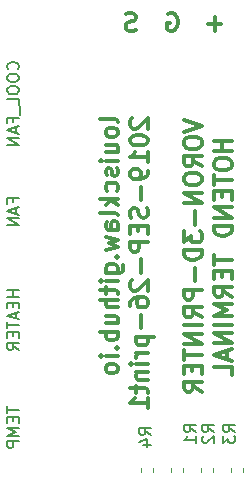
<source format=gbr>
G04 #@! TF.GenerationSoftware,KiCad,Pcbnew,5.1.4-e60b266~84~ubuntu18.04.1*
G04 #@! TF.CreationDate,2019-09-27T15:55:01+08:00*
G04 #@! TF.ProjectId,head,68656164-2e6b-4696-9361-645f70636258,rev?*
G04 #@! TF.SameCoordinates,Original*
G04 #@! TF.FileFunction,Legend,Bot*
G04 #@! TF.FilePolarity,Positive*
%FSLAX46Y46*%
G04 Gerber Fmt 4.6, Leading zero omitted, Abs format (unit mm)*
G04 Created by KiCad (PCBNEW 5.1.4-e60b266~84~ubuntu18.04.1) date 2019-09-27 15:55:01*
%MOMM*%
%LPD*%
G04 APERTURE LIST*
%ADD10C,0.300000*%
%ADD11C,0.120000*%
%ADD12C,0.200000*%
%ADD13C,0.150000*%
G04 APERTURE END LIST*
D10*
X102282571Y-33881142D02*
X102068285Y-33952571D01*
X101711142Y-33952571D01*
X101568285Y-33881142D01*
X101496857Y-33809714D01*
X101425428Y-33666857D01*
X101425428Y-33524000D01*
X101496857Y-33381142D01*
X101568285Y-33309714D01*
X101711142Y-33238285D01*
X101996857Y-33166857D01*
X102139714Y-33095428D01*
X102211142Y-33024000D01*
X102282571Y-32881142D01*
X102282571Y-32738285D01*
X102211142Y-32595428D01*
X102139714Y-32524000D01*
X101996857Y-32452571D01*
X101639714Y-32452571D01*
X101425428Y-32524000D01*
X105017142Y-32524000D02*
X105160000Y-32452571D01*
X105374285Y-32452571D01*
X105588571Y-32524000D01*
X105731428Y-32666857D01*
X105802857Y-32809714D01*
X105874285Y-33095428D01*
X105874285Y-33309714D01*
X105802857Y-33595428D01*
X105731428Y-33738285D01*
X105588571Y-33881142D01*
X105374285Y-33952571D01*
X105231428Y-33952571D01*
X105017142Y-33881142D01*
X104945714Y-33809714D01*
X104945714Y-33309714D01*
X105231428Y-33309714D01*
X109537428Y-33381142D02*
X108394571Y-33381142D01*
X108966000Y-33952571D02*
X108966000Y-32809714D01*
X100749571Y-41660428D02*
X100678142Y-41517571D01*
X100535285Y-41446142D01*
X99249571Y-41446142D01*
X100749571Y-42446142D02*
X100678142Y-42303285D01*
X100606714Y-42231857D01*
X100463857Y-42160428D01*
X100035285Y-42160428D01*
X99892428Y-42231857D01*
X99821000Y-42303285D01*
X99749571Y-42446142D01*
X99749571Y-42660428D01*
X99821000Y-42803285D01*
X99892428Y-42874714D01*
X100035285Y-42946142D01*
X100463857Y-42946142D01*
X100606714Y-42874714D01*
X100678142Y-42803285D01*
X100749571Y-42660428D01*
X100749571Y-42446142D01*
X99749571Y-44231857D02*
X100749571Y-44231857D01*
X99749571Y-43589000D02*
X100535285Y-43589000D01*
X100678142Y-43660428D01*
X100749571Y-43803285D01*
X100749571Y-44017571D01*
X100678142Y-44160428D01*
X100606714Y-44231857D01*
X100749571Y-44946142D02*
X99749571Y-44946142D01*
X99249571Y-44946142D02*
X99321000Y-44874714D01*
X99392428Y-44946142D01*
X99321000Y-45017571D01*
X99249571Y-44946142D01*
X99392428Y-44946142D01*
X100678142Y-45589000D02*
X100749571Y-45731857D01*
X100749571Y-46017571D01*
X100678142Y-46160428D01*
X100535285Y-46231857D01*
X100463857Y-46231857D01*
X100321000Y-46160428D01*
X100249571Y-46017571D01*
X100249571Y-45803285D01*
X100178142Y-45660428D01*
X100035285Y-45589000D01*
X99963857Y-45589000D01*
X99821000Y-45660428D01*
X99749571Y-45803285D01*
X99749571Y-46017571D01*
X99821000Y-46160428D01*
X100678142Y-47517571D02*
X100749571Y-47374714D01*
X100749571Y-47089000D01*
X100678142Y-46946142D01*
X100606714Y-46874714D01*
X100463857Y-46803285D01*
X100035285Y-46803285D01*
X99892428Y-46874714D01*
X99821000Y-46946142D01*
X99749571Y-47089000D01*
X99749571Y-47374714D01*
X99821000Y-47517571D01*
X100749571Y-48160428D02*
X99249571Y-48160428D01*
X100178142Y-48303285D02*
X100749571Y-48731857D01*
X99749571Y-48731857D02*
X100321000Y-48160428D01*
X100749571Y-49589000D02*
X100678142Y-49446142D01*
X100535285Y-49374714D01*
X99249571Y-49374714D01*
X100749571Y-50803285D02*
X99963857Y-50803285D01*
X99821000Y-50731857D01*
X99749571Y-50589000D01*
X99749571Y-50303285D01*
X99821000Y-50160428D01*
X100678142Y-50803285D02*
X100749571Y-50660428D01*
X100749571Y-50303285D01*
X100678142Y-50160428D01*
X100535285Y-50089000D01*
X100392428Y-50089000D01*
X100249571Y-50160428D01*
X100178142Y-50303285D01*
X100178142Y-50660428D01*
X100106714Y-50803285D01*
X99749571Y-51374714D02*
X100749571Y-51660428D01*
X100035285Y-51946142D01*
X100749571Y-52231857D01*
X99749571Y-52517571D01*
X100606714Y-53089000D02*
X100678142Y-53160428D01*
X100749571Y-53089000D01*
X100678142Y-53017571D01*
X100606714Y-53089000D01*
X100749571Y-53089000D01*
X99749571Y-54446142D02*
X100963857Y-54446142D01*
X101106714Y-54374714D01*
X101178142Y-54303285D01*
X101249571Y-54160428D01*
X101249571Y-53946142D01*
X101178142Y-53803285D01*
X100678142Y-54446142D02*
X100749571Y-54303285D01*
X100749571Y-54017571D01*
X100678142Y-53874714D01*
X100606714Y-53803285D01*
X100463857Y-53731857D01*
X100035285Y-53731857D01*
X99892428Y-53803285D01*
X99821000Y-53874714D01*
X99749571Y-54017571D01*
X99749571Y-54303285D01*
X99821000Y-54446142D01*
X100749571Y-55160428D02*
X99749571Y-55160428D01*
X99249571Y-55160428D02*
X99321000Y-55089000D01*
X99392428Y-55160428D01*
X99321000Y-55231857D01*
X99249571Y-55160428D01*
X99392428Y-55160428D01*
X99749571Y-55660428D02*
X99749571Y-56231857D01*
X99249571Y-55874714D02*
X100535285Y-55874714D01*
X100678142Y-55946142D01*
X100749571Y-56089000D01*
X100749571Y-56231857D01*
X100749571Y-56731857D02*
X99249571Y-56731857D01*
X100749571Y-57374714D02*
X99963857Y-57374714D01*
X99821000Y-57303285D01*
X99749571Y-57160428D01*
X99749571Y-56946142D01*
X99821000Y-56803285D01*
X99892428Y-56731857D01*
X99749571Y-58731857D02*
X100749571Y-58731857D01*
X99749571Y-58089000D02*
X100535285Y-58089000D01*
X100678142Y-58160428D01*
X100749571Y-58303285D01*
X100749571Y-58517571D01*
X100678142Y-58660428D01*
X100606714Y-58731857D01*
X100749571Y-59446142D02*
X99249571Y-59446142D01*
X99821000Y-59446142D02*
X99749571Y-59589000D01*
X99749571Y-59874714D01*
X99821000Y-60017571D01*
X99892428Y-60089000D01*
X100035285Y-60160428D01*
X100463857Y-60160428D01*
X100606714Y-60089000D01*
X100678142Y-60017571D01*
X100749571Y-59874714D01*
X100749571Y-59589000D01*
X100678142Y-59446142D01*
X100606714Y-60803285D02*
X100678142Y-60874714D01*
X100749571Y-60803285D01*
X100678142Y-60731857D01*
X100606714Y-60803285D01*
X100749571Y-60803285D01*
X100749571Y-61517571D02*
X99749571Y-61517571D01*
X99249571Y-61517571D02*
X99321000Y-61446142D01*
X99392428Y-61517571D01*
X99321000Y-61589000D01*
X99249571Y-61517571D01*
X99392428Y-61517571D01*
X100749571Y-62446142D02*
X100678142Y-62303285D01*
X100606714Y-62231857D01*
X100463857Y-62160428D01*
X100035285Y-62160428D01*
X99892428Y-62231857D01*
X99821000Y-62303285D01*
X99749571Y-62446142D01*
X99749571Y-62660428D01*
X99821000Y-62803285D01*
X99892428Y-62874714D01*
X100035285Y-62946142D01*
X100463857Y-62946142D01*
X100606714Y-62874714D01*
X100678142Y-62803285D01*
X100749571Y-62660428D01*
X100749571Y-62446142D01*
X101942428Y-41374714D02*
X101871000Y-41446142D01*
X101799571Y-41589000D01*
X101799571Y-41946142D01*
X101871000Y-42089000D01*
X101942428Y-42160428D01*
X102085285Y-42231857D01*
X102228142Y-42231857D01*
X102442428Y-42160428D01*
X103299571Y-41303285D01*
X103299571Y-42231857D01*
X101799571Y-43160428D02*
X101799571Y-43303285D01*
X101871000Y-43446142D01*
X101942428Y-43517571D01*
X102085285Y-43589000D01*
X102371000Y-43660428D01*
X102728142Y-43660428D01*
X103013857Y-43589000D01*
X103156714Y-43517571D01*
X103228142Y-43446142D01*
X103299571Y-43303285D01*
X103299571Y-43160428D01*
X103228142Y-43017571D01*
X103156714Y-42946142D01*
X103013857Y-42874714D01*
X102728142Y-42803285D01*
X102371000Y-42803285D01*
X102085285Y-42874714D01*
X101942428Y-42946142D01*
X101871000Y-43017571D01*
X101799571Y-43160428D01*
X103299571Y-45089000D02*
X103299571Y-44231857D01*
X103299571Y-44660428D02*
X101799571Y-44660428D01*
X102013857Y-44517571D01*
X102156714Y-44374714D01*
X102228142Y-44231857D01*
X103299571Y-45803285D02*
X103299571Y-46089000D01*
X103228142Y-46231857D01*
X103156714Y-46303285D01*
X102942428Y-46446142D01*
X102656714Y-46517571D01*
X102085285Y-46517571D01*
X101942428Y-46446142D01*
X101871000Y-46374714D01*
X101799571Y-46231857D01*
X101799571Y-45946142D01*
X101871000Y-45803285D01*
X101942428Y-45731857D01*
X102085285Y-45660428D01*
X102442428Y-45660428D01*
X102585285Y-45731857D01*
X102656714Y-45803285D01*
X102728142Y-45946142D01*
X102728142Y-46231857D01*
X102656714Y-46374714D01*
X102585285Y-46446142D01*
X102442428Y-46517571D01*
X102728142Y-47160428D02*
X102728142Y-48303285D01*
X103228142Y-48946142D02*
X103299571Y-49160428D01*
X103299571Y-49517571D01*
X103228142Y-49660428D01*
X103156714Y-49731857D01*
X103013857Y-49803285D01*
X102871000Y-49803285D01*
X102728142Y-49731857D01*
X102656714Y-49660428D01*
X102585285Y-49517571D01*
X102513857Y-49231857D01*
X102442428Y-49089000D01*
X102371000Y-49017571D01*
X102228142Y-48946142D01*
X102085285Y-48946142D01*
X101942428Y-49017571D01*
X101871000Y-49089000D01*
X101799571Y-49231857D01*
X101799571Y-49589000D01*
X101871000Y-49803285D01*
X102513857Y-50446142D02*
X102513857Y-50946142D01*
X103299571Y-51160428D02*
X103299571Y-50446142D01*
X101799571Y-50446142D01*
X101799571Y-51160428D01*
X103299571Y-51803285D02*
X101799571Y-51803285D01*
X101799571Y-52374714D01*
X101871000Y-52517571D01*
X101942428Y-52589000D01*
X102085285Y-52660428D01*
X102299571Y-52660428D01*
X102442428Y-52589000D01*
X102513857Y-52517571D01*
X102585285Y-52374714D01*
X102585285Y-51803285D01*
X102728142Y-53303285D02*
X102728142Y-54446142D01*
X101942428Y-55089000D02*
X101871000Y-55160428D01*
X101799571Y-55303285D01*
X101799571Y-55660428D01*
X101871000Y-55803285D01*
X101942428Y-55874714D01*
X102085285Y-55946142D01*
X102228142Y-55946142D01*
X102442428Y-55874714D01*
X103299571Y-55017571D01*
X103299571Y-55946142D01*
X101799571Y-57231857D02*
X101799571Y-56946142D01*
X101871000Y-56803285D01*
X101942428Y-56731857D01*
X102156714Y-56589000D01*
X102442428Y-56517571D01*
X103013857Y-56517571D01*
X103156714Y-56589000D01*
X103228142Y-56660428D01*
X103299571Y-56803285D01*
X103299571Y-57089000D01*
X103228142Y-57231857D01*
X103156714Y-57303285D01*
X103013857Y-57374714D01*
X102656714Y-57374714D01*
X102513857Y-57303285D01*
X102442428Y-57231857D01*
X102371000Y-57089000D01*
X102371000Y-56803285D01*
X102442428Y-56660428D01*
X102513857Y-56589000D01*
X102656714Y-56517571D01*
X102728142Y-58017571D02*
X102728142Y-59160428D01*
X102299571Y-59874714D02*
X103799571Y-59874714D01*
X102371000Y-59874714D02*
X102299571Y-60017571D01*
X102299571Y-60303285D01*
X102371000Y-60446142D01*
X102442428Y-60517571D01*
X102585285Y-60589000D01*
X103013857Y-60589000D01*
X103156714Y-60517571D01*
X103228142Y-60446142D01*
X103299571Y-60303285D01*
X103299571Y-60017571D01*
X103228142Y-59874714D01*
X103299571Y-61231857D02*
X102299571Y-61231857D01*
X102585285Y-61231857D02*
X102442428Y-61303285D01*
X102371000Y-61374714D01*
X102299571Y-61517571D01*
X102299571Y-61660428D01*
X103299571Y-62160428D02*
X102299571Y-62160428D01*
X101799571Y-62160428D02*
X101871000Y-62089000D01*
X101942428Y-62160428D01*
X101871000Y-62231857D01*
X101799571Y-62160428D01*
X101942428Y-62160428D01*
X102299571Y-62874714D02*
X103299571Y-62874714D01*
X102442428Y-62874714D02*
X102371000Y-62946142D01*
X102299571Y-63089000D01*
X102299571Y-63303285D01*
X102371000Y-63446142D01*
X102513857Y-63517571D01*
X103299571Y-63517571D01*
X102299571Y-64017571D02*
X102299571Y-64589000D01*
X101799571Y-64231857D02*
X103085285Y-64231857D01*
X103228142Y-64303285D01*
X103299571Y-64446142D01*
X103299571Y-64589000D01*
X103299571Y-65874714D02*
X103299571Y-65017571D01*
X103299571Y-65446142D02*
X101799571Y-65446142D01*
X102013857Y-65303285D01*
X102156714Y-65160428D01*
X102228142Y-65017571D01*
X106361571Y-41514571D02*
X107861571Y-42014571D01*
X106361571Y-42514571D01*
X106361571Y-43300285D02*
X106361571Y-43586000D01*
X106433000Y-43728857D01*
X106575857Y-43871714D01*
X106861571Y-43943142D01*
X107361571Y-43943142D01*
X107647285Y-43871714D01*
X107790142Y-43728857D01*
X107861571Y-43586000D01*
X107861571Y-43300285D01*
X107790142Y-43157428D01*
X107647285Y-43014571D01*
X107361571Y-42943142D01*
X106861571Y-42943142D01*
X106575857Y-43014571D01*
X106433000Y-43157428D01*
X106361571Y-43300285D01*
X107861571Y-45443142D02*
X107147285Y-44943142D01*
X107861571Y-44586000D02*
X106361571Y-44586000D01*
X106361571Y-45157428D01*
X106433000Y-45300285D01*
X106504428Y-45371714D01*
X106647285Y-45443142D01*
X106861571Y-45443142D01*
X107004428Y-45371714D01*
X107075857Y-45300285D01*
X107147285Y-45157428D01*
X107147285Y-44586000D01*
X106361571Y-46371714D02*
X106361571Y-46657428D01*
X106433000Y-46800285D01*
X106575857Y-46943142D01*
X106861571Y-47014571D01*
X107361571Y-47014571D01*
X107647285Y-46943142D01*
X107790142Y-46800285D01*
X107861571Y-46657428D01*
X107861571Y-46371714D01*
X107790142Y-46228857D01*
X107647285Y-46086000D01*
X107361571Y-46014571D01*
X106861571Y-46014571D01*
X106575857Y-46086000D01*
X106433000Y-46228857D01*
X106361571Y-46371714D01*
X107861571Y-47657428D02*
X106361571Y-47657428D01*
X107861571Y-48514571D01*
X106361571Y-48514571D01*
X107290142Y-49228857D02*
X107290142Y-50371714D01*
X106361571Y-50943142D02*
X106361571Y-51871714D01*
X106933000Y-51371714D01*
X106933000Y-51586000D01*
X107004428Y-51728857D01*
X107075857Y-51800285D01*
X107218714Y-51871714D01*
X107575857Y-51871714D01*
X107718714Y-51800285D01*
X107790142Y-51728857D01*
X107861571Y-51586000D01*
X107861571Y-51157428D01*
X107790142Y-51014571D01*
X107718714Y-50943142D01*
X107861571Y-52514571D02*
X106361571Y-52514571D01*
X106361571Y-52871714D01*
X106433000Y-53086000D01*
X106575857Y-53228857D01*
X106718714Y-53300285D01*
X107004428Y-53371714D01*
X107218714Y-53371714D01*
X107504428Y-53300285D01*
X107647285Y-53228857D01*
X107790142Y-53086000D01*
X107861571Y-52871714D01*
X107861571Y-52514571D01*
X107290142Y-54014571D02*
X107290142Y-55157428D01*
X107861571Y-55871714D02*
X106361571Y-55871714D01*
X106361571Y-56443142D01*
X106433000Y-56586000D01*
X106504428Y-56657428D01*
X106647285Y-56728857D01*
X106861571Y-56728857D01*
X107004428Y-56657428D01*
X107075857Y-56586000D01*
X107147285Y-56443142D01*
X107147285Y-55871714D01*
X107861571Y-58228857D02*
X107147285Y-57728857D01*
X107861571Y-57371714D02*
X106361571Y-57371714D01*
X106361571Y-57943142D01*
X106433000Y-58086000D01*
X106504428Y-58157428D01*
X106647285Y-58228857D01*
X106861571Y-58228857D01*
X107004428Y-58157428D01*
X107075857Y-58086000D01*
X107147285Y-57943142D01*
X107147285Y-57371714D01*
X107861571Y-58871714D02*
X106361571Y-58871714D01*
X107861571Y-59586000D02*
X106361571Y-59586000D01*
X107861571Y-60443142D01*
X106361571Y-60443142D01*
X106361571Y-60943142D02*
X106361571Y-61800285D01*
X107861571Y-61371714D02*
X106361571Y-61371714D01*
X107075857Y-62300285D02*
X107075857Y-62800285D01*
X107861571Y-63014571D02*
X107861571Y-62300285D01*
X106361571Y-62300285D01*
X106361571Y-63014571D01*
X107861571Y-64514571D02*
X107147285Y-64014571D01*
X107861571Y-63657428D02*
X106361571Y-63657428D01*
X106361571Y-64228857D01*
X106433000Y-64371714D01*
X106504428Y-64443142D01*
X106647285Y-64514571D01*
X106861571Y-64514571D01*
X107004428Y-64443142D01*
X107075857Y-64371714D01*
X107147285Y-64228857D01*
X107147285Y-63657428D01*
X110411571Y-43264571D02*
X108911571Y-43264571D01*
X109625857Y-43264571D02*
X109625857Y-44121714D01*
X110411571Y-44121714D02*
X108911571Y-44121714D01*
X108911571Y-45121714D02*
X108911571Y-45407428D01*
X108983000Y-45550285D01*
X109125857Y-45693142D01*
X109411571Y-45764571D01*
X109911571Y-45764571D01*
X110197285Y-45693142D01*
X110340142Y-45550285D01*
X110411571Y-45407428D01*
X110411571Y-45121714D01*
X110340142Y-44978857D01*
X110197285Y-44836000D01*
X109911571Y-44764571D01*
X109411571Y-44764571D01*
X109125857Y-44836000D01*
X108983000Y-44978857D01*
X108911571Y-45121714D01*
X108911571Y-46193142D02*
X108911571Y-47050285D01*
X110411571Y-46621714D02*
X108911571Y-46621714D01*
X109625857Y-47550285D02*
X109625857Y-48050285D01*
X110411571Y-48264571D02*
X110411571Y-47550285D01*
X108911571Y-47550285D01*
X108911571Y-48264571D01*
X110411571Y-48907428D02*
X108911571Y-48907428D01*
X110411571Y-49764571D01*
X108911571Y-49764571D01*
X110411571Y-50478857D02*
X108911571Y-50478857D01*
X108911571Y-50836000D01*
X108983000Y-51050285D01*
X109125857Y-51193142D01*
X109268714Y-51264571D01*
X109554428Y-51336000D01*
X109768714Y-51336000D01*
X110054428Y-51264571D01*
X110197285Y-51193142D01*
X110340142Y-51050285D01*
X110411571Y-50836000D01*
X110411571Y-50478857D01*
X108911571Y-52907428D02*
X108911571Y-53764571D01*
X110411571Y-53336000D02*
X108911571Y-53336000D01*
X109625857Y-54264571D02*
X109625857Y-54764571D01*
X110411571Y-54978857D02*
X110411571Y-54264571D01*
X108911571Y-54264571D01*
X108911571Y-54978857D01*
X110411571Y-56478857D02*
X109697285Y-55978857D01*
X110411571Y-55621714D02*
X108911571Y-55621714D01*
X108911571Y-56193142D01*
X108983000Y-56336000D01*
X109054428Y-56407428D01*
X109197285Y-56478857D01*
X109411571Y-56478857D01*
X109554428Y-56407428D01*
X109625857Y-56336000D01*
X109697285Y-56193142D01*
X109697285Y-55621714D01*
X110411571Y-57121714D02*
X108911571Y-57121714D01*
X109983000Y-57621714D01*
X108911571Y-58121714D01*
X110411571Y-58121714D01*
X110411571Y-58836000D02*
X108911571Y-58836000D01*
X110411571Y-59550285D02*
X108911571Y-59550285D01*
X110411571Y-60407428D01*
X108911571Y-60407428D01*
X109983000Y-61050285D02*
X109983000Y-61764571D01*
X110411571Y-60907428D02*
X108911571Y-61407428D01*
X110411571Y-61907428D01*
X110411571Y-63121714D02*
X110411571Y-62407428D01*
X108911571Y-62407428D01*
D11*
X102741000Y-71291267D02*
X102741000Y-70948733D01*
X103761000Y-71291267D02*
X103761000Y-70948733D01*
X110361000Y-71291267D02*
X110361000Y-70948733D01*
X111381000Y-71291267D02*
X111381000Y-70948733D01*
X107821000Y-71291267D02*
X107821000Y-70948733D01*
X108841000Y-71291267D02*
X108841000Y-70948733D01*
X105281000Y-71291267D02*
X105281000Y-70948733D01*
X106301000Y-71291267D02*
X106301000Y-70948733D01*
D12*
X91400380Y-65754476D02*
X91400380Y-66325904D01*
X92400380Y-66040190D02*
X91400380Y-66040190D01*
X91876571Y-66659238D02*
X91876571Y-66992571D01*
X92400380Y-67135428D02*
X92400380Y-66659238D01*
X91400380Y-66659238D01*
X91400380Y-67135428D01*
X92400380Y-67564000D02*
X91400380Y-67564000D01*
X92114666Y-67897333D01*
X91400380Y-68230666D01*
X92400380Y-68230666D01*
X92400380Y-68706857D02*
X91400380Y-68706857D01*
X91400380Y-69087809D01*
X91448000Y-69183047D01*
X91495619Y-69230666D01*
X91590857Y-69278285D01*
X91733714Y-69278285D01*
X91828952Y-69230666D01*
X91876571Y-69183047D01*
X91924190Y-69087809D01*
X91924190Y-68706857D01*
X92400380Y-55920000D02*
X91400380Y-55920000D01*
X91876571Y-55920000D02*
X91876571Y-56491428D01*
X92400380Y-56491428D02*
X91400380Y-56491428D01*
X91876571Y-56967619D02*
X91876571Y-57300952D01*
X92400380Y-57443809D02*
X92400380Y-56967619D01*
X91400380Y-56967619D01*
X91400380Y-57443809D01*
X92114666Y-57824761D02*
X92114666Y-58300952D01*
X92400380Y-57729523D02*
X91400380Y-58062857D01*
X92400380Y-58396190D01*
X91400380Y-58586666D02*
X91400380Y-59158095D01*
X92400380Y-58872380D02*
X91400380Y-58872380D01*
X91876571Y-59491428D02*
X91876571Y-59824761D01*
X92400380Y-59967619D02*
X92400380Y-59491428D01*
X91400380Y-59491428D01*
X91400380Y-59967619D01*
X92400380Y-60967619D02*
X91924190Y-60634285D01*
X92400380Y-60396190D02*
X91400380Y-60396190D01*
X91400380Y-60777142D01*
X91448000Y-60872380D01*
X91495619Y-60920000D01*
X91590857Y-60967619D01*
X91733714Y-60967619D01*
X91828952Y-60920000D01*
X91876571Y-60872380D01*
X91924190Y-60777142D01*
X91924190Y-60396190D01*
X91876571Y-48466476D02*
X91876571Y-48133142D01*
X92400380Y-48133142D02*
X91400380Y-48133142D01*
X91400380Y-48609333D01*
X92114666Y-48942666D02*
X92114666Y-49418857D01*
X92400380Y-48847428D02*
X91400380Y-49180761D01*
X92400380Y-49514095D01*
X92400380Y-49847428D02*
X91400380Y-49847428D01*
X92400380Y-50418857D01*
X91400380Y-50418857D01*
X92305142Y-37227238D02*
X92352761Y-37179619D01*
X92400380Y-37036761D01*
X92400380Y-36941523D01*
X92352761Y-36798666D01*
X92257523Y-36703428D01*
X92162285Y-36655809D01*
X91971809Y-36608190D01*
X91828952Y-36608190D01*
X91638476Y-36655809D01*
X91543238Y-36703428D01*
X91448000Y-36798666D01*
X91400380Y-36941523D01*
X91400380Y-37036761D01*
X91448000Y-37179619D01*
X91495619Y-37227238D01*
X91400380Y-37846285D02*
X91400380Y-38036761D01*
X91448000Y-38132000D01*
X91543238Y-38227238D01*
X91733714Y-38274857D01*
X92067047Y-38274857D01*
X92257523Y-38227238D01*
X92352761Y-38132000D01*
X92400380Y-38036761D01*
X92400380Y-37846285D01*
X92352761Y-37751047D01*
X92257523Y-37655809D01*
X92067047Y-37608190D01*
X91733714Y-37608190D01*
X91543238Y-37655809D01*
X91448000Y-37751047D01*
X91400380Y-37846285D01*
X91400380Y-38893904D02*
X91400380Y-39084380D01*
X91448000Y-39179619D01*
X91543238Y-39274857D01*
X91733714Y-39322476D01*
X92067047Y-39322476D01*
X92257523Y-39274857D01*
X92352761Y-39179619D01*
X92400380Y-39084380D01*
X92400380Y-38893904D01*
X92352761Y-38798666D01*
X92257523Y-38703428D01*
X92067047Y-38655809D01*
X91733714Y-38655809D01*
X91543238Y-38703428D01*
X91448000Y-38798666D01*
X91400380Y-38893904D01*
X92400380Y-40227238D02*
X92400380Y-39751047D01*
X91400380Y-39751047D01*
X92495619Y-40322476D02*
X92495619Y-41084380D01*
X91876571Y-41655809D02*
X91876571Y-41322476D01*
X92400380Y-41322476D02*
X91400380Y-41322476D01*
X91400380Y-41798666D01*
X92114666Y-42132000D02*
X92114666Y-42608190D01*
X92400380Y-42036761D02*
X91400380Y-42370095D01*
X92400380Y-42703428D01*
X92400380Y-43036761D02*
X91400380Y-43036761D01*
X92400380Y-43608190D01*
X91400380Y-43608190D01*
D13*
X103576380Y-68159333D02*
X103100190Y-67826000D01*
X103576380Y-67587904D02*
X102576380Y-67587904D01*
X102576380Y-67968857D01*
X102624000Y-68064095D01*
X102671619Y-68111714D01*
X102766857Y-68159333D01*
X102909714Y-68159333D01*
X103004952Y-68111714D01*
X103052571Y-68064095D01*
X103100190Y-67968857D01*
X103100190Y-67587904D01*
X102909714Y-69016476D02*
X103576380Y-69016476D01*
X102528761Y-68778380D02*
X103243047Y-68540285D01*
X103243047Y-69159333D01*
X110688380Y-67905333D02*
X110212190Y-67572000D01*
X110688380Y-67333904D02*
X109688380Y-67333904D01*
X109688380Y-67714857D01*
X109736000Y-67810095D01*
X109783619Y-67857714D01*
X109878857Y-67905333D01*
X110021714Y-67905333D01*
X110116952Y-67857714D01*
X110164571Y-67810095D01*
X110212190Y-67714857D01*
X110212190Y-67333904D01*
X109688380Y-68238666D02*
X109688380Y-68857714D01*
X110069333Y-68524380D01*
X110069333Y-68667238D01*
X110116952Y-68762476D01*
X110164571Y-68810095D01*
X110259809Y-68857714D01*
X110497904Y-68857714D01*
X110593142Y-68810095D01*
X110640761Y-68762476D01*
X110688380Y-68667238D01*
X110688380Y-68381523D01*
X110640761Y-68286285D01*
X110593142Y-68238666D01*
X108910380Y-67905333D02*
X108434190Y-67572000D01*
X108910380Y-67333904D02*
X107910380Y-67333904D01*
X107910380Y-67714857D01*
X107958000Y-67810095D01*
X108005619Y-67857714D01*
X108100857Y-67905333D01*
X108243714Y-67905333D01*
X108338952Y-67857714D01*
X108386571Y-67810095D01*
X108434190Y-67714857D01*
X108434190Y-67333904D01*
X108005619Y-68286285D02*
X107958000Y-68333904D01*
X107910380Y-68429142D01*
X107910380Y-68667238D01*
X107958000Y-68762476D01*
X108005619Y-68810095D01*
X108100857Y-68857714D01*
X108196095Y-68857714D01*
X108338952Y-68810095D01*
X108910380Y-68238666D01*
X108910380Y-68857714D01*
X107386380Y-67905333D02*
X106910190Y-67572000D01*
X107386380Y-67333904D02*
X106386380Y-67333904D01*
X106386380Y-67714857D01*
X106434000Y-67810095D01*
X106481619Y-67857714D01*
X106576857Y-67905333D01*
X106719714Y-67905333D01*
X106814952Y-67857714D01*
X106862571Y-67810095D01*
X106910190Y-67714857D01*
X106910190Y-67333904D01*
X107386380Y-68857714D02*
X107386380Y-68286285D01*
X107386380Y-68572000D02*
X106386380Y-68572000D01*
X106529238Y-68476761D01*
X106624476Y-68381523D01*
X106672095Y-68286285D01*
M02*

</source>
